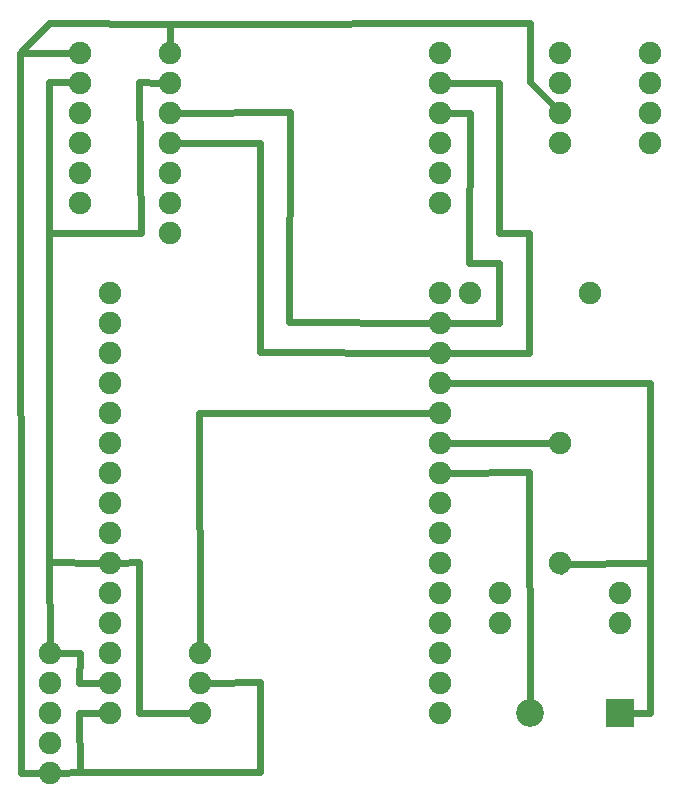
<source format=gbl>
G04 MADE WITH FRITZING*
G04 WWW.FRITZING.ORG*
G04 DOUBLE SIDED*
G04 HOLES PLATED*
G04 CONTOUR ON CENTER OF CONTOUR VECTOR*
%ASAXBY*%
%FSLAX23Y23*%
%MOIN*%
%OFA0B0*%
%SFA1.0B1.0*%
%ADD10C,0.074803*%
%ADD11C,0.075000*%
%ADD12C,0.092000*%
%ADD13R,0.092000X0.092000*%
%ADD14C,0.024000*%
%LNCOPPER0*%
G90*
G70*
G54D10*
X287Y2595D03*
X287Y2195D03*
X287Y2495D03*
X287Y2695D03*
X287Y2395D03*
X287Y2295D03*
X1487Y2695D03*
X1487Y2595D03*
X1487Y2495D03*
X1487Y2395D03*
X1487Y2295D03*
X1487Y2195D03*
X2187Y2495D03*
X2187Y2395D03*
X2187Y2595D03*
X2187Y2695D03*
X1887Y2395D03*
X1887Y2495D03*
X1887Y2595D03*
X1887Y2695D03*
X587Y2195D03*
X587Y2295D03*
X587Y2095D03*
X587Y2395D03*
X587Y2495D03*
X587Y2695D03*
X587Y2595D03*
X187Y395D03*
X187Y495D03*
X187Y295D03*
X187Y695D03*
X187Y595D03*
X1487Y1895D03*
X1487Y1395D03*
X1487Y695D03*
X1487Y1295D03*
X1487Y595D03*
X1487Y495D03*
X1487Y1495D03*
X1487Y1795D03*
X1487Y895D03*
X1487Y1595D03*
X1487Y1195D03*
X1487Y1695D03*
X1487Y995D03*
X1487Y1095D03*
X1487Y795D03*
X687Y695D03*
X687Y595D03*
X687Y495D03*
X387Y1895D03*
X387Y1695D03*
X387Y1795D03*
X387Y1495D03*
X387Y1595D03*
X387Y1395D03*
X387Y1295D03*
X387Y1095D03*
X387Y1195D03*
X387Y995D03*
X387Y895D03*
X387Y695D03*
X387Y795D03*
X387Y495D03*
X387Y595D03*
G54D11*
X2087Y895D03*
X1687Y895D03*
X1987Y1895D03*
X1587Y1895D03*
X2087Y795D03*
X1687Y795D03*
G54D12*
X2087Y495D03*
X1787Y495D03*
G54D11*
X1887Y995D03*
X1887Y1395D03*
G54D13*
X2087Y495D03*
G54D14*
X486Y495D02*
X486Y996D01*
D02*
X658Y495D02*
X486Y495D01*
D02*
X486Y996D02*
X416Y995D01*
D02*
X1516Y1395D02*
X1858Y1395D01*
D02*
X288Y296D02*
X216Y295D01*
D02*
X285Y495D02*
X288Y296D01*
D02*
X358Y495D02*
X285Y495D01*
D02*
X289Y694D02*
X216Y695D01*
D02*
X285Y595D02*
X289Y694D01*
D02*
X358Y595D02*
X285Y595D01*
D02*
X1786Y1296D02*
X1787Y532D01*
D02*
X1516Y1295D02*
X1786Y1296D01*
D02*
X589Y2790D02*
X588Y2724D01*
D02*
X589Y2790D02*
X1787Y2795D01*
D02*
X1788Y2596D02*
X1867Y2516D01*
D02*
X1787Y2795D02*
X1788Y2596D01*
D02*
X186Y2794D02*
X589Y2790D01*
D02*
X1786Y2095D02*
X1686Y2095D01*
D02*
X1686Y2095D02*
X1686Y2594D01*
D02*
X1686Y2594D02*
X1516Y2595D01*
D02*
X1786Y1695D02*
X1786Y2095D01*
D02*
X1516Y1695D02*
X1786Y1695D01*
D02*
X1686Y1795D02*
X1686Y1995D01*
D02*
X1587Y2495D02*
X1516Y2495D01*
D02*
X1585Y1995D02*
X1587Y2495D01*
D02*
X1686Y1995D02*
X1585Y1995D01*
D02*
X1516Y1795D02*
X1686Y1795D01*
D02*
X87Y2694D02*
X258Y2695D01*
D02*
X491Y2093D02*
X185Y2094D01*
D02*
X486Y2596D02*
X491Y2093D01*
D02*
X558Y2595D02*
X486Y2596D01*
D02*
X87Y2694D02*
X186Y2794D01*
D02*
X90Y294D02*
X87Y2694D01*
D02*
X158Y295D02*
X90Y294D01*
D02*
X988Y2498D02*
X985Y2498D01*
D02*
X985Y2498D02*
X616Y2495D01*
D02*
X986Y1797D02*
X988Y2498D01*
D02*
X1458Y1795D02*
X986Y1797D01*
D02*
X887Y2394D02*
X616Y2395D01*
D02*
X888Y1698D02*
X887Y2394D01*
D02*
X1458Y1695D02*
X888Y1698D01*
D02*
X2189Y1595D02*
X1516Y1595D01*
D02*
X2189Y995D02*
X2189Y1595D01*
D02*
X2189Y495D02*
X2124Y495D01*
D02*
X2189Y995D02*
X2189Y495D01*
D02*
X1890Y967D02*
X1887Y992D01*
D02*
X1887Y992D02*
X2189Y995D01*
D02*
X684Y1495D02*
X687Y724D01*
D02*
X1458Y1495D02*
X684Y1495D01*
D02*
X887Y296D02*
X887Y596D01*
D02*
X288Y296D02*
X887Y296D01*
D02*
X887Y596D02*
X716Y595D01*
D02*
X185Y996D02*
X187Y724D01*
D02*
X185Y2094D02*
X185Y996D01*
D02*
X185Y2597D02*
X258Y2596D01*
D02*
X185Y2094D02*
X185Y2597D01*
D02*
X185Y996D02*
X358Y995D01*
G04 End of Copper0*
M02*
</source>
